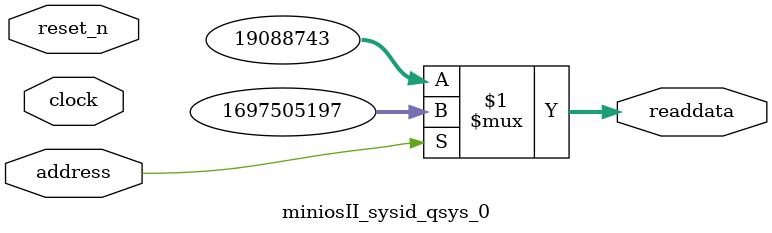
<source format=v>



// synthesis translate_off
`timescale 1ns / 1ps
// synthesis translate_on

// turn off superfluous verilog processor warnings 
// altera message_level Level1 
// altera message_off 10034 10035 10036 10037 10230 10240 10030 

module miniosII_sysid_qsys_0 (
               // inputs:
                address,
                clock,
                reset_n,

               // outputs:
                readdata
             )
;

  output  [ 31: 0] readdata;
  input            address;
  input            clock;
  input            reset_n;

  wire    [ 31: 0] readdata;
  //control_slave, which is an e_avalon_slave
  assign readdata = address ? 1697505197 : 19088743;

endmodule



</source>
